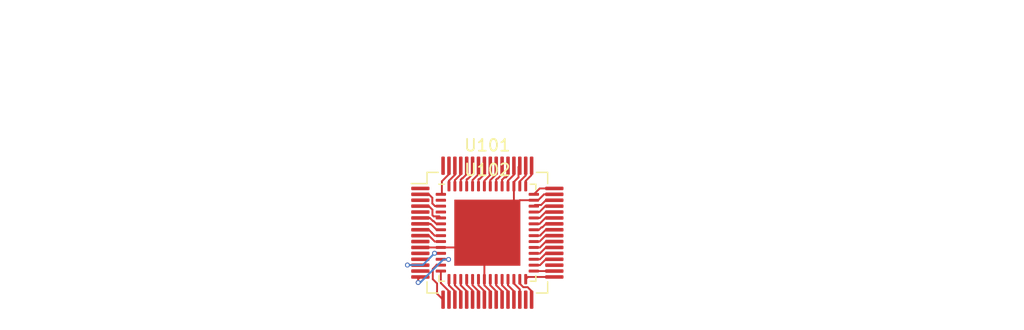
<source format=kicad_pcb>
(kicad_pcb (version 20211014) (generator pcbnew)
  (layers (0 "F.Cu" signal) (31 "B.Cu" signal) (34 "B.Paste" user) (35 "F.Paste" user) (36 "B.SilkS" user "B.Silkscreen") (37 "F.SilkS" user "F.Silkscreen") (38 "B.Mask" user) (39 "F.Mask" user) (44 "Edge.Cuts" user))
  (net 0 "")
  (net 1 "Net-(U101-Pad16)")
  (net 2 "Net-(U101-Pad17)")
  (net 3 "Net-(U101-Pad18)")
  (net 4 "Net-(U101-Pad19)")
  (net 5 "Net-(U101-Pad21)")
  (net 6 "Net-(U101-Pad22)")
  (net 7 "Net-(U101-Pad23)")
  (net 8 "Net-(U101-Pad24)")
  (net 9 "Net-(U101-Pad26)")
  (net 10 "Net-(U101-Pad27)")
  (net 11 "Net-(U101-Pad28)")
  (net 12 "Net-(U101-Pad29)")
  (net 13 "Net-(U101-Pad30)")
  (net 14 "Net-(U101-Pad32)")
  (net 15 "Net-(U101-Pad33)")
  (net 16 "Net-(U101-Pad34)")
  (net 17 "Net-(U101-Pad36)")
  (net 18 "Net-(U101-Pad38)")
  (net 19 "Net-(U101-Pad39)")
  (net 20 "Net-(U101-Pad40)")
  (net 21 "Net-(U101-Pad41)")
  (net 22 "Net-(U101-Pad43)")
  (net 23 "Net-(U101-Pad44)")
  (net 24 "Net-(U101-Pad45)")
  (net 25 "Net-(U101-Pad46)")
  (net 26 "Net-(U101-Pad48)")
  (net 27 "Net-(U101-Pad52)")
  (net 28 "Net-(U101-Pad53)")
  (net 29 "Net-(U101-Pad54)")
  (net 30 "Net-(U101-Pad55)")
  (net 31 "Net-(U101-Pad57)")
  (net 32 "Net-(U101-Pad58)")
  (net 33 "Net-(U101-Pad59)")
  (net 34 "Net-(U101-Pad60)")
  (net 35 "VCORE")
  (net 36 "EECS")
  (net 37 "EECLK")
  (net 38 "EEDATA")
  (net 39 "VCCIO")
  (net 40 "GND")
  (net 41 "VREGIN")
  (net 42 "VREGOUT")
  (net 43 "RESET")
  (net 44 "VPLL")
  (net 45 "DP")
  (net 46 "DM")
  (net 47 "REF")
  (net 48 "VPHY")
  (net 49 "OSCO")
  (net 50 "OSCI")
  (footprint "Package_QFP:LQFP-64_10x10mm_P0.5mm" (layer "F.Cu") (at 129 81)
    (fp_text reference "U101" (at 0 -7.4) (layer "F.SilkS"))
    (fp_text value "FT2232HL")
    (fp_line (start -5.11 -4.16) (end -6.45 -4.16) (layer "F.SilkS") (width 0.12))
    (fp_line (start 5.11 5.11) (end 5.11 4.16) (layer "F.SilkS") (width 0.12))
    (fp_line (start -5.11 -5.11) (end -5.11 -4.16) (layer "F.SilkS") (width 0.12))
    (fp_line (start 4.16 5.11) (end 5.11 5.11) (layer "F.SilkS") (width 0.12))
    (fp_line (start -4.16 5.11) (end -5.11 5.11) (layer "F.SilkS") (width 0.12))
    (fp_line (start 5.11 -5.11) (end 5.11 -4.16) (layer "F.SilkS") (width 0.12))
    (fp_line (start -5.11 5.11) (end -5.11 4.16) (layer "F.SilkS") (width 0.12))
    (fp_line (start -4.16 -5.11) (end -5.11 -5.11) (layer "F.SilkS") (width 0.12))
    (fp_line (start 4.16 -5.11) (end 5.11 -5.11) (layer "F.SilkS") (width 0.12))
    (pad "1" smd roundrect locked (at -5.675 -3.75) (size 1.55 0.3) (layers "F.Cu" "F.Paste" "F.Mask") (net 40 "GND"))
    (pad "2" smd roundrect locked (at -5.675 -3.25) (size 1.55 0.3) (layers "F.Cu" "F.Paste" "F.Mask") (net 50 "OSCI"))
    (pad "3" smd roundrect locked (at -5.675 -2.75) (size 1.55 0.3) (layers "F.Cu" "F.Paste" "F.Mask") (net 49 "OSCO"))
    (pad "4" smd roundrect locked (at -5.675 -2.25) (size 1.55 0.3) (layers "F.Cu" "F.Paste" "F.Mask") (net 48 "VPHY"))
    (pad "5" smd roundrect locked (at -5.675 -1.75) (size 1.55 0.3) (layers "F.Cu" "F.Paste" "F.Mask") (net 40 "GND"))
    (pad "6" smd roundrect locked (at -5.675 -1.25) (size 1.55 0.3) (layers "F.Cu" "F.Paste" "F.Mask") (net 47 "REF"))
    (pad "7" smd roundrect locked (at -5.675 -0.75) (size 1.55 0.3) (layers "F.Cu" "F.Paste" "F.Mask") (net 46 "DM"))
    (pad "8" smd roundrect locked (at -5.675 -0.25) (size 1.55 0.3) (layers "F.Cu" "F.Paste" "F.Mask") (net 45 "DP"))
    (pad "9" smd roundrect locked (at -5.675 0.25) (size 1.55 0.3) (layers "F.Cu" "F.Paste" "F.Mask") (net 44 "VPLL"))
    (pad "10" smd roundrect locked (at -5.675 0.75) (size 1.55 0.3) (layers "F.Cu" "F.Paste" "F.Mask") (net 40 "GND"))
    (pad "11" smd roundrect locked (at -5.675 1.25) (size 1.55 0.3) (layers "F.Cu" "F.Paste" "F.Mask") (net 40 "GND"))
    (pad "12" smd roundrect locked (at -5.675 1.75) (size 1.55 0.3) (layers "F.Cu" "F.Paste" "F.Mask") (net 35 "VCORE"))
    (pad "13" smd roundrect locked (at -5.675 2.25) (size 1.55 0.3) (layers "F.Cu" "F.Paste" "F.Mask") (net 40 "GND"))
    (pad "14" smd roundrect locked (at -5.675 2.75) (size 1.55 0.3) (layers "F.Cu" "F.Paste" "F.Mask") (net 43 "RESET"))
    (pad "15" smd roundrect locked (at -5.675 3.25) (size 1.55 0.3) (layers "F.Cu" "F.Paste" "F.Mask") (net 40 "GND"))
    (pad "16" smd roundrect locked (at -5.675 3.75) (size 1.55 0.3) (layers "F.Cu" "F.Paste" "F.Mask") (net 1 "Net-(U101-Pad16)"))
    (pad "17" smd roundrect locked (at -3.75 5.675) (size 0.3 1.55) (layers "F.Cu" "F.Paste" "F.Mask") (net 2 "Net-(U101-Pad17)"))
    (pad "18" smd roundrect locked (at -3.25 5.675) (size 0.3 1.55) (layers "F.Cu" "F.Paste" "F.Mask") (net 3 "Net-(U101-Pad18)"))
    (pad "19" smd roundrect locked (at -2.75 5.675) (size 0.3 1.55) (layers "F.Cu" "F.Paste" "F.Mask") (net 4 "Net-(U101-Pad19)"))
    (pad "20" smd roundrect locked (at -2.25 5.675) (size 0.3 1.55) (layers "F.Cu" "F.Paste" "F.Mask") (net 39 "VCCIO"))
    (pad "21" smd roundrect locked (at -1.75 5.675) (size 0.3 1.55) (layers "F.Cu" "F.Paste" "F.Mask") (net 5 "Net-(U101-Pad21)"))
    (pad "22" smd roundrect locked (at -1.25 5.675) (size 0.3 1.55) (layers "F.Cu" "F.Paste" "F.Mask") (net 6 "Net-(U101-Pad22)"))
    (pad "23" smd roundrect locked (at -0.75 5.675) (size 0.3 1.55) (layers "F.Cu" "F.Paste" "F.Mask") (net 7 "Net-(U101-Pad23)"))
    (pad "24" smd roundrect locked (at -0.25 5.675) (size 0.3 1.55) (layers "F.Cu" "F.Paste" "F.Mask") (net 8 "Net-(U101-Pad24)"))
    (pad "25" smd roundrect locked (at 0.25 5.675) (size 0.3 1.55) (layers "F.Cu" "F.Paste" "F.Mask") (net 40 "GND"))
    (pad "26" smd roundrect locked (at 0.75 5.675) (size 0.3 1.55) (layers "F.Cu" "F.Paste" "F.Mask") (net 9 "Net-(U101-Pad26)"))
    (pad "27" smd roundrect locked (at 1.25 5.675) (size 0.3 1.55) (layers "F.Cu" "F.Paste" "F.Mask") (net 10 "Net-(U101-Pad27)"))
    (pad "28" smd roundrect locked (at 1.75 5.675) (size 0.3 1.55) (layers "F.Cu" "F.Paste" "F.Mask") (net 11 "Net-(U101-Pad28)"))
    (pad "29" smd roundrect locked (at 2.25 5.675) (size 0.3 1.55) (layers "F.Cu" "F.Paste" "F.Mask") (net 12 "Net-(U101-Pad29)"))
    (pad "30" smd roundrect locked (at 2.75 5.675) (size 0.3 1.55) (layers "F.Cu" "F.Paste" "F.Mask") (net 13 "Net-(U101-Pad30)"))
    (pad "31" smd roundrect locked (at 3.25 5.675) (size 0.3 1.55) (layers "F.Cu" "F.Paste" "F.Mask") (net 39 "VCCIO"))
    (pad "32" smd roundrect locked (at 3.75 5.675) (size 0.3 1.55) (layers "F.Cu" "F.Paste" "F.Mask") (net 14 "Net-(U101-Pad32)"))
    (pad "33" smd roundrect locked (at 5.675 3.75) (size 1.55 0.3) (layers "F.Cu" "F.Paste" "F.Mask") (net 15 "Net-(U101-Pad33)"))
    (pad "34" smd roundrect locked (at 5.675 3.25) (size 1.55 0.3) (layers "F.Cu" "F.Paste" "F.Mask") (net 16 "Net-(U101-Pad34)"))
    (pad "35" smd roundrect locked (at 5.675 2.75) (size 1.55 0.3) (layers "F.Cu" "F.Paste" "F.Mask") (net 40 "GND"))
    (pad "36" smd roundrect locked (at 5.675 2.25) (size 1.55 0.3) (layers "F.Cu" "F.Paste" "F.Mask") (net 17 "Net-(U101-Pad36)"))
    (pad "37" smd roundrect locked (at 5.675 1.75) (size 1.55 0.3) (layers "F.Cu" "F.Paste" "F.Mask") (net 35 "VCORE"))
    (pad "38" smd roundrect locked (at 5.675 1.25) (size 1.55 0.3) (layers "F.Cu" "F.Paste" "F.Mask") (net 18 "Net-(U101-Pad38)"))
    (pad "39" smd roundrect locked (at 5.675 0.75) (size 1.55 0.3) (layers "F.Cu" "F.Paste" "F.Mask") (net 19 "Net-(U101-Pad39)"))
    (pad "40" smd roundrect locked (at 5.675 0.25) (size 1.55 0.3) (layers "F.Cu" "F.Paste" "F.Mask") (net 20 "Net-(U101-Pad40)"))
    (pad "41" smd roundrect locked (at 5.675 -0.25) (size 1.55 0.3) (layers "F.Cu" "F.Paste" "F.Mask") (net 21 "Net-(U101-Pad41)"))
    (pad "42" smd roundrect locked (at 5.675 -0.75) (size 1.55 0.3) (layers "F.Cu" "F.Paste" "F.Mask") (net 39 "VCCIO"))
    (pad "43" smd roundrect locked (at 5.675 -1.25) (size 1.55 0.3) (layers "F.Cu" "F.Paste" "F.Mask") (net 22 "Net-(U101-Pad43)"))
    (pad "44" smd roundrect locked (at 5.675 -1.75) (size 1.55 0.3) (layers "F.Cu" "F.Paste" "F.Mask") (net 23 "Net-(U101-Pad44)"))
    (pad "45" smd roundrect locked (at 5.675 -2.25) (size 1.55 0.3) (layers "F.Cu" "F.Paste" "F.Mask") (net 24 "Net-(U101-Pad45)"))
    (pad "46" smd roundrect locked (at 5.675 -2.75) (size 1.55 0.3) (layers "F.Cu" "F.Paste" "F.Mask") (net 25 "Net-(U101-Pad46)"))
    (pad "47" smd roundrect locked (at 5.675 -3.25) (size 1.55 0.3) (layers "F.Cu" "F.Paste" "F.Mask") (net 40 "GND"))
    (pad "48" smd roundrect locked (at 5.675 -3.75) (size 1.55 0.3) (layers "F.Cu" "F.Paste" "F.Mask") (net 26 "Net-(U101-Pad48)"))
    (pad "49" smd roundrect locked (at 3.75 -5.675) (size 0.3 1.55) (layers "F.Cu" "F.Paste" "F.Mask") (net 42 "VREGOUT"))
    (pad "50" smd roundrect locked (at 3.25 -5.675) (size 0.3 1.55) (layers "F.Cu" "F.Paste" "F.Mask") (net 41 "VREGIN"))
    (pad "51" smd roundrect locked (at 2.75 -5.675) (size 0.3 1.55) (layers "F.Cu" "F.Paste" "F.Mask") (net 40 "GND"))
    (pad "52" smd roundrect locked (at 2.25 -5.675) (size 0.3 1.55) (layers "F.Cu" "F.Paste" "F.Mask") (net 27 "Net-(U101-Pad52)"))
    (pad "53" smd roundrect locked (at 1.75 -5.675) (size 0.3 1.55) (layers "F.Cu" "F.Paste" "F.Mask") (net 28 "Net-(U101-Pad53)"))
    (pad "54" smd roundrect locked (at 1.25 -5.675) (size 0.3 1.55) (layers "F.Cu" "F.Paste" "F.Mask") (net 29 "Net-(U101-Pad54)"))
    (pad "55" smd roundrect locked (at 0.75 -5.675) (size 0.3 1.55) (layers "F.Cu" "F.Paste" "F.Mask") (net 30 "Net-(U101-Pad55)"))
    (pad "56" smd roundrect locked (at 0.25 -5.675) (size 0.3 1.55) (layers "F.Cu" "F.Paste" "F.Mask") (net 39 "VCCIO"))
    (pad "57" smd roundrect locked (at -0.25 -5.675) (size 0.3 1.55) (layers "F.Cu" "F.Paste" "F.Mask") (net 31 "Net-(U101-Pad57)"))
    (pad "58" smd roundrect locked (at -0.75 -5.675) (size 0.3 1.55) (layers "F.Cu" "F.Paste" "F.Mask") (net 32 "Net-(U101-Pad58)"))
    (pad "59" smd roundrect locked (at -1.25 -5.675) (size 0.3 1.55) (layers "F.Cu" "F.Paste" "F.Mask") (net 33 "Net-(U101-Pad59)"))
    (pad "60" smd roundrect locked (at -1.75 -5.675) (size 0.3 1.55) (layers "F.Cu" "F.Paste" "F.Mask") (net 34 "Net-(U101-Pad60)"))
    (pad "61" smd roundrect locked (at -2.25 -5.675) (size 0.3 1.55) (layers "F.Cu" "F.Paste" "F.Mask") (net 38 "EEDATA"))
    (pad "62" smd roundrect locked (at -2.75 -5.675) (size 0.3 1.55) (layers "F.Cu" "F.Paste" "F.Mask") (net 37 "EECLK"))
    (pad "63" smd roundrect locked (at -3.25 -5.675) (size 0.3 1.55) (layers "F.Cu" "F.Paste" "F.Mask") (net 36 "EECS"))
    (pad "64" smd roundrect locked (at -3.75 -5.675) (size 0.3 1.55) (layers "F.Cu" "F.Paste" "F.Mask") (net 35 "VCORE"))
  )
  (footprint "Package_DFN_QFN:QFN-56-1EP_8x8mm_P0.5mm_EP5.6x5.6mm" (layer "F.Cu") (at 129 81)
    (fp_text reference "U102" (at 0 -5.32) (layer "F.SilkS"))
    (fp_text value "FT2232H-56Q")
    (fp_line (start 3.635 4.11) (end 4.11 4.11) (layer "F.SilkS") (width 0.12))
    (fp_line (start -3.635 4.11) (end -4.11 4.11) (layer "F.SilkS") (width 0.12))
    (fp_line (start 4.11 4.11) (end 4.11 3.635) (layer "F.SilkS") (width 0.12))
    (fp_line (start 4.11 -4.11) (end 4.11 -3.635) (layer "F.SilkS") (width 0.12))
    (fp_line (start -4.11 4.11) (end -4.11 3.635) (layer "F.SilkS") (width 0.12))
    (fp_line (start -3.635 -4.11) (end -4.11 -4.11) (layer "F.SilkS") (width 0.12))
    (fp_line (start 3.635 -4.11) (end 4.11 -4.11) (layer "F.SilkS") (width 0.12))
    (pad "1" smd roundrect locked (at -3.9375 -3.25) (size 0.875 0.25) (layers "F.Cu" "F.Paste" "F.Mask") (net 36 "EECS"))
    (pad "2" smd roundrect locked (at -3.9375 -2.75) (size 0.875 0.25) (layers "F.Cu" "F.Paste" "F.Mask") (net 35 "VCORE"))
    (pad "3" smd roundrect locked (at -3.9375 -2.25) (size 0.875 0.25) (layers "F.Cu" "F.Paste" "F.Mask") (net 50 "OSCI"))
    (pad "4" smd roundrect locked (at -3.9375 -1.75) (size 0.875 0.25) (layers "F.Cu" "F.Paste" "F.Mask") (net 49 "OSCO"))
    (pad "5" smd roundrect locked (at -3.9375 -1.25) (size 0.875 0.25) (layers "F.Cu" "F.Paste" "F.Mask") (net 48 "VPHY"))
    (pad "6" smd roundrect locked (at -3.9375 -0.75) (size 0.875 0.25) (layers "F.Cu" "F.Paste" "F.Mask") (net 47 "REF"))
    (pad "7" smd roundrect locked (at -3.9375 -0.25) (size 0.875 0.25) (layers "F.Cu" "F.Paste" "F.Mask") (net 46 "DM"))
    (pad "8" smd roundrect locked (at -3.9375 0.25) (size 0.875 0.25) (layers "F.Cu" "F.Paste" "F.Mask") (net 45 "DP"))
    (pad "9" smd roundrect locked (at -3.9375 0.75) (size 0.875 0.25) (layers "F.Cu" "F.Paste" "F.Mask") (net 44 "VPLL"))
    (pad "10" smd roundrect locked (at -3.9375 1.25) (size 0.875 0.25) (layers "F.Cu" "F.Paste" "F.Mask") (net 40 "GND"))
    (pad "11" smd roundrect locked (at -3.9375 1.75) (size 0.875 0.25) (layers "F.Cu" "F.Paste" "F.Mask") (net 43 "RESET"))
    (pad "12" smd roundrect locked (at -3.9375 2.25) (size 0.875 0.25) (layers "F.Cu" "F.Paste" "F.Mask") (net 1 "Net-(U101-Pad16)"))
    (pad "13" smd roundrect locked (at -3.9375 2.75) (size 0.875 0.25) (layers "F.Cu" "F.Paste" "F.Mask") (net 2 "Net-(U101-Pad17)"))
    (pad "14" smd roundrect locked (at -3.9375 3.25) (size 0.875 0.25) (layers "F.Cu" "F.Paste" "F.Mask") (net 3 "Net-(U101-Pad18)"))
    (pad "15" smd roundrect locked (at -3.25 3.9375) (size 0.25 0.875) (layers "F.Cu" "F.Paste" "F.Mask") (net 4 "Net-(U101-Pad19)"))
    (pad "16" smd roundrect locked (at -2.75 3.9375) (size 0.25 0.875) (layers "F.Cu" "F.Paste" "F.Mask") (net 39 "VCCIO"))
    (pad "17" smd roundrect locked (at -2.25 3.9375) (size 0.25 0.875) (layers "F.Cu" "F.Paste" "F.Mask") (net 5 "Net-(U101-Pad21)"))
    (pad "18" smd roundrect locked (at -1.75 3.9375) (size 0.25 0.875) (layers "F.Cu" "F.Paste" "F.Mask") (net 6 "Net-(U101-Pad22)"))
    (pad "19" smd roundrect locked (at -1.25 3.9375) (size 0.25 0.875) (layers "F.Cu" "F.Paste" "F.Mask") (net 7 "Net-(U101-Pad23)"))
    (pad "20" smd roundrect locked (at -0.75 3.9375) (size 0.25 0.875) (layers "F.Cu" "F.Paste" "F.Mask") (net 8 "Net-(U101-Pad24)"))
    (pad "21" smd roundrect locked (at -0.25 3.9375) (size 0.25 0.875) (layers "F.Cu" "F.Paste" "F.Mask") (net 40 "GND"))
    (pad "22" smd roundrect locked (at 0.25 3.9375) (size 0.25 0.875) (layers "F.Cu" "F.Paste" "F.Mask") (net 9 "Net-(U101-Pad26)"))
    (pad "23" smd roundrect locked (at 0.75 3.9375) (size 0.25 0.875) (layers "F.Cu" "F.Paste" "F.Mask") (net 10 "Net-(U101-Pad27)"))
    (pad "24" smd roundrect locked (at 1.25 3.9375) (size 0.25 0.875) (layers "F.Cu" "F.Paste" "F.Mask") (net 11 "Net-(U101-Pad28)"))
    (pad "25" smd roundrect locked (at 1.75 3.9375) (size 0.25 0.875) (layers "F.Cu" "F.Paste" "F.Mask") (net 12 "Net-(U101-Pad29)"))
    (pad "26" smd roundrect locked (at 2.25 3.9375) (size 0.25 0.875) (layers "F.Cu" "F.Paste" "F.Mask") (net 13 "Net-(U101-Pad30)"))
    (pad "27" smd roundrect locked (at 2.75 3.9375) (size 0.25 0.875) (layers "F.Cu" "F.Paste" "F.Mask") (net 14 "Net-(U101-Pad32)"))
    (pad "28" smd roundrect locked (at 3.25 3.9375) (size 0.25 0.875) (layers "F.Cu" "F.Paste" "F.Mask") (net 15 "Net-(U101-Pad33)"))
    (pad "29" smd roundrect locked (at 3.9375 3.25) (size 0.875 0.25) (layers "F.Cu" "F.Paste" "F.Mask") (net 16 "Net-(U101-Pad34)"))
    (pad "30" smd roundrect locked (at 3.9375 2.75) (size 0.875 0.25) (layers "F.Cu" "F.Paste" "F.Mask") (net 17 "Net-(U101-Pad36)"))
    (pad "31" smd roundrect locked (at 3.9375 2.25) (size 0.875 0.25) (layers "F.Cu" "F.Paste" "F.Mask") (net 35 "VCORE"))
    (pad "32" smd roundrect locked (at 3.9375 1.75) (size 0.875 0.25) (layers "F.Cu" "F.Paste" "F.Mask") (net 18 "Net-(U101-Pad38)"))
    (pad "33" smd roundrect locked (at 3.9375 1.25) (size 0.875 0.25) (layers "F.Cu" "F.Paste" "F.Mask") (net 19 "Net-(U101-Pad39)"))
    (pad "34" smd roundrect locked (at 3.9375 0.75) (size 0.875 0.25) (layers "F.Cu" "F.Paste" "F.Mask") (net 20 "Net-(U101-Pad40)"))
    (pad "35" smd roundrect locked (at 3.9375 0.25) (size 0.875 0.25) (layers "F.Cu" "F.Paste" "F.Mask") (net 21 "Net-(U101-Pad41)"))
    (pad "36" smd roundrect locked (at 3.9375 -0.25) (size 0.875 0.25) (layers "F.Cu" "F.Paste" "F.Mask") (net 39 "VCCIO"))
    (pad "37" smd roundrect locked (at 3.9375 -0.75) (size 0.875 0.25) (layers "F.Cu" "F.Paste" "F.Mask") (net 22 "Net-(U101-Pad43)"))
    (pad "38" smd roundrect locked (at 3.9375 -1.25) (size 0.875 0.25) (layers "F.Cu" "F.Paste" "F.Mask") (net 23 "Net-(U101-Pad44)"))
    (pad "39" smd roundrect locked (at 3.9375 -1.75) (size 0.875 0.25) (layers "F.Cu" "F.Paste" "F.Mask") (net 24 "Net-(U101-Pad45)"))
    (pad "40" smd roundrect locked (at 3.9375 -2.25) (size 0.875 0.25) (layers "F.Cu" "F.Paste" "F.Mask") (net 25 "Net-(U101-Pad46)"))
    (pad "41" smd roundrect locked (at 3.9375 -2.75) (size 0.875 0.25) (layers "F.Cu" "F.Paste" "F.Mask") (net 40 "GND"))
    (pad "42" smd roundrect locked (at 3.9375 -3.25) (size 0.875 0.25) (layers "F.Cu" "F.Paste" "F.Mask") (net 26 "Net-(U101-Pad48)"))
    (pad "43" smd roundrect locked (at 3.25 -3.9375) (size 0.25 0.875) (layers "F.Cu" "F.Paste" "F.Mask") (net 42 "VREGOUT"))
    (pad "44" smd roundrect locked (at 2.75 -3.9375) (size 0.25 0.875) (layers "F.Cu" "F.Paste" "F.Mask") (net 41 "VREGIN"))
    (pad "45" smd roundrect locked (at 2.25 -3.9375) (size 0.25 0.875) (layers "F.Cu" "F.Paste" "F.Mask") (net 40 "GND"))
    (pad "46" smd roundrect locked (at 1.75 -3.9375) (size 0.25 0.875) (layers "F.Cu" "F.Paste" "F.Mask") (net 27 "Net-(U101-Pad52)"))
    (pad "47" smd roundrect locked (at 1.25 -3.9375) (size 0.25 0.875) (layers "F.Cu" "F.Paste" "F.Mask") (net 28 "Net-(U101-Pad53)"))
    (pad "48" smd roundrect locked (at 0.75 -3.9375) (size 0.25 0.875) (layers "F.Cu" "F.Paste" "F.Mask") (net 29 "Net-(U101-Pad54)"))
    (pad "49" smd roundrect locked (at 0.25 -3.9375) (size 0.25 0.875) (layers "F.Cu" "F.Paste" "F.Mask") (net 30 "Net-(U101-Pad55)"))
    (pad "50" smd roundrect locked (at -0.25 -3.9375) (size 0.25 0.875) (layers "F.Cu" "F.Paste" "F.Mask") (net 39 "VCCIO"))
    (pad "51" smd roundrect locked (at -0.75 -3.9375) (size 0.25 0.875) (layers "F.Cu" "F.Paste" "F.Mask") (net 31 "Net-(U101-Pad57)"))
    (pad "52" smd roundrect locked (at -1.25 -3.9375) (size 0.25 0.875) (layers "F.Cu" "F.Paste" "F.Mask") (net 32 "Net-(U101-Pad58)"))
    (pad "53" smd roundrect locked (at -1.75 -3.9375) (size 0.25 0.875) (layers "F.Cu" "F.Paste" "F.Mask") (net 33 "Net-(U101-Pad59)"))
    (pad "54" smd roundrect locked (at -2.25 -3.9375) (size 0.25 0.875) (layers "F.Cu" "F.Paste" "F.Mask") (net 34 "Net-(U101-Pad60)"))
    (pad "55" smd roundrect locked (at -2.75 -3.9375) (size 0.25 0.875) (layers "F.Cu" "F.Paste" "F.Mask") (net 38 "EEDATA"))
    (pad "56" smd roundrect locked (at -3.25 -3.9375) (size 0.25 0.875) (layers "F.Cu" "F.Paste" "F.Mask") (net 37 "EECLK"))
    (pad "57" smd rect locked (at 0 0) (size 5.6 5.6) (layers "F.Cu" "F.Mask") (net 40 "GND"))
  )
  (segment (start 125.0625 83.25) (end 125.700369 83.25) (width 0.16) (layer "F.Cu") (net 1))
  (segment (start 123.14 84.935) (end 123.325 84.75) (width 0.16) (layer "F.Cu") (net 1))
  (segment (start 123.14 85.22) (end 123.14 84.935) (width 0.16) (layer "F.Cu") (net 1))
  (segment (start 125.700369 83.25) (end 125.714949 83.26458) (width 0.16) (layer "F.Cu") (net 1))
  (via (at 125.714949 83.26458) (size 0.41) (drill 0.25) (layers "F.Cu" "B.Cu") (net 1))
  (via (at 123.14 85.22) (size 0.41) (drill 0.25) (layers "F.Cu" "B.Cu") (net 1))
  (segment (start 125.714949 83.26458) (end 125.27542 83.26458) (width 0.16) (layer "B.Cu") (net 1))
  (segment (start 123.32 85.22) (end 123.14 85.22) (width 0.16) (layer "B.Cu") (net 1))
  (segment (start 125.27542 83.26458) (end 123.38 85.16) (width 0.16) (layer "B.Cu") (net 1))
  (segment (start 123.38 85.16) (end 123.32 85.22) (width 0.16) (layer "B.Cu") (net 1))
  (segment (start 124.38 84.9375) (end 124.7425 85.3) (width 0.16) (layer "F.Cu") (net 2))
  (segment (start 124.38 84.0672) (end 124.38 84.9375) (width 0.16) (layer "F.Cu") (net 2))
  (segment (start 124.6972 83.75) (end 124.38 84.0672) (width 0.16) (layer "F.Cu") (net 2))
  (segment (start 124.7425 85.3) (end 124.7425 86.0075) (width 0.16) (layer "F.Cu") (net 2))
  (segment (start 124.7425 86.0075) (end 124.74 86.01) (width 0.16) (layer "F.Cu") (net 2))
  (segment (start 124.74 86.165) (end 125.25 86.675) (width 0.16) (layer "F.Cu") (net 2))
  (segment (start 125.0625 83.75) (end 124.6972 83.75) (width 0.16) (layer "F.Cu") (net 2))
  (segment (start 124.74 86.01) (end 124.74 86.165) (width 0.16) (layer "F.Cu") (net 2))
  (segment (start 125.75 85.954523) (end 125.0625 85.267023) (width 0.16) (layer "F.Cu") (net 3))
  (segment (start 125.75 86.675) (end 125.75 85.954523) (width 0.16) (layer "F.Cu") (net 3))
  (segment (start 125.0625 85.267023) (end 125.0625 84.25) (width 0.16) (layer "F.Cu") (net 3))
  (segment (start 126.25 86.675) (end 126.25 85.954523) (width 0.16) (layer "F.Cu") (net 4))
  (segment (start 126.25 85.954523) (end 125.75 85.454523) (width 0.16) (layer "F.Cu") (net 4))
  (segment (start 125.75 85.454523) (end 125.75 84.9375) (width 0.16) (layer "F.Cu") (net 4))
  (segment (start 127.25 85.954523) (end 126.75 85.454523) (width 0.16) (layer "F.Cu") (net 5))
  (segment (start 127.25 86.675) (end 127.25 85.954523) (width 0.16) (layer "F.Cu") (net 5))
  (segment (start 126.75 85.454523) (end 126.75 84.9375) (width 0.16) (layer "F.Cu") (net 5))
  (segment (start 127.75 86.675) (end 127.75 85.907071) (width 0.16) (layer "F.Cu") (net 6))
  (segment (start 127.25 85.407071) (end 127.25 84.9375) (width 0.16) (layer "F.Cu") (net 6))
  (segment (start 127.75 85.907071) (end 127.25 85.407071) (width 0.16) (layer "F.Cu") (net 6))
  (segment (start 128.25 86.675) (end 128.25 85.954523) (width 0.16) (layer "F.Cu") (net 7))
  (segment (start 128.25 85.954523) (end 127.75 85.454523) (width 0.16) (layer "F.Cu") (net 7))
  (segment (start 127.75 85.454523) (end 127.75 84.9375) (width 0.16) (layer "F.Cu") (net 7))
  (segment (start 128.75 85.954523) (end 128.25 85.454523) (width 0.16) (layer "F.Cu") (net 8))
  (segment (start 128.75 86.675) (end 128.75 85.954523) (width 0.16) (layer "F.Cu") (net 8))
  (segment (start 128.25 85.454523) (end 128.25 84.9375) (width 0.16) (layer "F.Cu") (net 8))
  (segment (start 129.75 85.954523) (end 129.25 85.454523) (width 0.16) (layer "F.Cu") (net 9))
  (segment (start 129.25 85.454523) (end 129.25 84.9375) (width 0.16) (layer "F.Cu") (net 9))
  (segment (start 129.75 86.675) (end 129.75 85.954523) (width 0.16) (layer "F.Cu") (net 9))
  (segment (start 130.25 85.954523) (end 129.75 85.454523) (width 0.16) (layer "F.Cu") (net 10))
  (segment (start 129.75 85.454523) (end 129.75 84.9375) (width 0.16) (layer "F.Cu") (net 10))
  (segment (start 130.25 86.675) (end 130.25 85.954523) (width 0.16) (layer "F.Cu") (net 10))
  (segment (start 130.75 85.954523) (end 130.25 85.454523) (width 0.16) (layer "F.Cu") (net 11))
  (segment (start 130.25 85.454523) (end 130.25 84.9375) (width 0.16) (layer "F.Cu") (net 11))
  (segment (start 130.75 86.675) (end 130.75 85.954523) (width 0.16) (layer "F.Cu") (net 11))
  (segment (start 130.75 85.454523) (end 130.75 84.9375) (width 0.16) (layer "F.Cu") (net 12))
  (segment (start 131.25 85.954523) (end 130.75 85.454523) (width 0.16) (layer "F.Cu") (net 12))
  (segment (start 131.25 86.675) (end 131.25 85.954523) (width 0.16) (layer "F.Cu") (net 12))
  (segment (start 131.25 85.3028) (end 131.75 85.8028) (width 0.16) (layer "F.Cu") (net 13))
  (segment (start 131.25 84.9375) (end 131.25 85.3028) (width 0.16) (layer "F.Cu") (net 13))
  (segment (start 131.75 85.8028) (end 131.75 86.675) (width 0.16) (layer "F.Cu") (net 13))
  (segment (start 131.75 85.32) (end 131.75 84.9375) (width 0.16) (layer "F.Cu") (net 14))
  (segment (start 132.045 85.615) (end 131.75 85.32) (width 0.16) (layer "F.Cu") (net 14))
  (segment (start 132.415 85.615) (end 132.045 85.615) (width 0.16) (layer "F.Cu") (net 14))
  (segment (start 132.75 86.675) (end 132.75 85.95) (width 0.16) (layer "F.Cu") (net 14))
  (segment (start 132.75 85.95) (end 132.415 85.615) (width 0.16) (layer "F.Cu") (net 14))
  (segment (start 132.4375 84.75) (end 132.25 84.9375) (width 0.16) (layer "F.Cu") (net 15))
  (segment (start 134.675 84.75) (end 132.4375 84.75) (width 0.16) (layer "F.Cu") (net 15))
  (segment (start 134.675 84.25) (end 132.9375 84.25) (width 0.16) (layer "F.Cu") (net 16))
  (segment (start 134.675 83.25) (end 133.954523 83.25) (width 0.16) (layer "F.Cu") (net 17))
  (segment (start 133.454523 83.75) (end 132.9375 83.75) (width 0.16) (layer "F.Cu") (net 17))
  (segment (start 133.954523 83.25) (end 133.454523 83.75) (width 0.16) (layer "F.Cu") (net 17))
  (segment (start 133.444523 82.76) (end 132.9475 82.76) (width 0.16) (layer "F.Cu") (net 18))
  (segment (start 133.954523 82.25) (end 133.444523 82.76) (width 0.16) (layer "F.Cu") (net 18))
  (segment (start 134.675 82.25) (end 133.954523 82.25) (width 0.16) (layer "F.Cu") (net 18))
  (segment (start 132.9475 82.76) (end 132.9375 82.75) (width 0.16) (layer "F.Cu") (net 18))
  (segment (start 134.675 81.75) (end 133.954523 81.75) (width 0.16) (layer "F.Cu") (net 19))
  (segment (start 133.454523 82.25) (end 132.9375 82.25) (width 0.16) (layer "F.Cu") (net 19))
  (segment (start 133.954523 81.75) (end 133.454523 82.25) (width 0.16) (layer "F.Cu") (net 19))
  (segment (start 134.675 81.25) (end 133.922548 81.25) (width 0.16) (layer "F.Cu") (net 20))
  (segment (start 133.422548 81.75) (end 132.9375 81.75) (width 0.16) (layer "F.Cu") (net 20))
  (segment (start 133.922548 81.25) (end 133.422548 81.75) (width 0.16) (layer "F.Cu") (net 20))
  (segment (start 133.954523 80.75) (end 133.53 81.174523) (width 0.16) (layer "F.Cu") (net 21))
  (segment (start 133.53 81.174523) (end 133.53 81.19) (width 0.16) (layer "F.Cu") (net 21))
  (segment (start 134.675 80.75) (end 133.954523 80.75) (width 0.16) (layer "F.Cu") (net 21))
  (segment (start 133.47 81.25) (end 132.9375 81.25) (width 0.16) (layer "F.Cu") (net 21))
  (segment (start 133.53 81.19) (end 133.47 81.25) (width 0.16) (layer "F.Cu") (net 21))
  (segment (start 134.675 79.75) (end 133.92 79.75) (width 0.16) (layer "F.Cu") (net 22))
  (segment (start 133.92 79.75) (end 133.42 80.25) (width 0.16) (layer "F.Cu") (net 22))
  (segment (start 133.42 80.25) (end 132.9375 80.25) (width 0.16) (layer "F.Cu") (net 22))
  (segment (start 134.675 79.25) (end 133.94 79.25) (width 0.16) (layer "F.Cu") (net 23))
  (segment (start 133.44 79.75) (end 132.9375 79.75) (width 0.16) (layer "F.Cu") (net 23))
  (segment (start 133.94 79.25) (end 133.44 79.75) (width 0.16) (layer "F.Cu") (net 23))
  (segment (start 134.675 78.75) (end 133.907071 78.75) (width 0.16) (layer "F.Cu") (net 24))
  (segment (start 133.907071 78.75) (end 133.407071 79.25) (width 0.16) (layer "F.Cu") (net 24))
  (segment (start 133.407071 79.25) (end 132.9375 79.25) (width 0.16) (layer "F.Cu") (net 24))
  (segment (start 133.0375 78.65) (end 132.9375 78.75) (width 0.16) (layer "F.Cu") (net 25))
  (segment (start 134.675 78.25) (end 133.954523 78.25) (width 0.16) (layer "F.Cu") (net 25))
  (segment (start 133.554523 78.65) (end 133.0375 78.65) (width 0.16) (layer "F.Cu") (net 25))
  (segment (start 133.954523 78.25) (end 133.554523 78.65) (width 0.16) (layer "F.Cu") (net 25))
  (segment (start 133.4375 77.25) (end 132.9375 77.75) (width 0.16) (layer "F.Cu") (net 26))
  (segment (start 134.675 77.25) (end 133.4375 77.25) (width 0.16) (layer "F.Cu") (net 26))
  (segment (start 131.25 76.092548) (end 131.25 75.325) (width 0.16) (layer "F.Cu") (net 27))
  (segment (start 130.75 76.592548) (end 131.25 76.092548) (width 0.16) (layer "F.Cu") (net 27))
  (segment (start 130.75 77.0625) (end 130.75 76.592548) (width 0.16) (layer "F.Cu") (net 27))
  (segment (start 130.46 76.31) (end 130.58 76.31) (width 0.16) (layer "F.Cu") (net 28))
  (segment (start 130.75 76.14) (end 130.75 75.325) (width 0.16) (layer "F.Cu") (net 28))
  (segment (start 130.25 76.52) (end 130.46 76.31) (width 0.16) (layer "F.Cu") (net 28))
  (segment (start 130.25 77.0625) (end 130.25 76.52) (width 0.16) (layer "F.Cu") (net 28))
  (segment (start 130.58 76.31) (end 130.75 76.14) (width 0.16) (layer "F.Cu") (net 28))
  (segment (start 129.837548 76.417548) (end 129.877929 76.417548) (width 0.16) (layer "F.Cu") (net 29))
  (segment (start 129.877929 76.417548) (end 130.25 76.045477) (width 0.16) (layer "F.Cu") (net 29))
  (segment (start 129.75 77.0625) (end 129.75 76.505096) (width 0.16) (layer "F.Cu") (net 29))
  (segment (start 129.75 76.505096) (end 129.837548 76.417548) (width 0.16) (layer "F.Cu") (net 29))
  (segment (start 130.25 76.045477) (end 130.25 75.325) (width 0.16) (layer "F.Cu") (net 29))
  (segment (start 129.25 77.0625) (end 129.25 76.552548) (width 0.16) (layer "F.Cu") (net 30))
  (segment (start 129.25 76.552548) (end 129.75 76.052548) (width 0.16) (layer "F.Cu") (net 30))
  (segment (start 129.75 76.052548) (end 129.75 75.325) (width 0.16) (layer "F.Cu") (net 30))
  (segment (start 128.25 76.498025) (end 128.309013 76.439012) (width 0.16) (layer "F.Cu") (net 31))
  (segment (start 128.75 76.045477) (end 128.75 75.325) (width 0.16) (layer "F.Cu") (net 31))
  (segment (start 128.356465 76.439012) (end 128.75 76.045477) (width 0.16) (layer "F.Cu") (net 31))
  (segment (start 128.25 77.0625) (end 128.25 76.498025) (width 0.16) (layer "F.Cu") (net 31))
  (segment (start 128.309013 76.439012) (end 128.356465 76.439012) (width 0.16) (layer "F.Cu") (net 31))
  (segment (start 128.25 76.045477) (end 128.25 75.325) (width 0.16) (layer "F.Cu") (net 32))
  (segment (start 127.75 76.545477) (end 128.25 76.045477) (width 0.16) (layer "F.Cu") (net 32))
  (segment (start 127.75 77.0625) (end 127.75 76.545477) (width 0.16) (layer "F.Cu") (net 32))
  (segment (start 127.75 76.045477) (end 127.366465 76.429012) (width 0.16) (layer "F.Cu") (net 33))
  (segment (start 127.319013 76.429012) (end 127.25 76.498025) (width 0.16) (layer "F.Cu") (net 33))
  (segment (start 127.366465 76.429012) (end 127.319013 76.429012) (width 0.16) (layer "F.Cu") (net 33))
  (segment (start 127.25 76.498025) (end 127.25 77.0625) (width 0.16) (layer "F.Cu") (net 33))
  (segment (start 127.75 75.325) (end 127.75 76.045477) (width 0.16) (layer "F.Cu") (net 33))
  (segment (start 126.87 76.39) (end 126.905477 76.39) (width 0.16) (layer "F.Cu") (net 34))
  (segment (start 126.75 77.0625) (end 126.75 76.51) (width 0.16) (layer "F.Cu") (net 34))
  (segment (start 127.25 76.045477) (end 127.25 75.325) (width 0.16) (layer "F.Cu") (net 34))
  (segment (start 126.75 76.51) (end 126.87 76.39) (width 0.16) (layer "F.Cu") (net 34))
  (segment (start 126.905477 76.39) (end 127.25 76.045477) (width 0.16) (layer "F.Cu") (net 34))
  (segment (start 133.454523 83.25) (end 132.9375 83.25) (width 0.16) (layer "F.Cu") (net 35))
  (segment (start 134.675 82.75) (end 133.954523 82.75) (width 0.16) (layer "F.Cu") (net 35))
  (segment (start 133.954523 82.75) (end 133.454523 83.25) (width 0.16) (layer "F.Cu") (net 35))
  (segment (start 125.15 76.645477) (end 125.15 77.6625) (width 0.16) (layer "F.Cu") (net 36))
  (segment (start 125.75 76.045477) (end 125.15 76.645477) (width 0.16) (layer "F.Cu") (net 36))
  (segment (start 125.15 77.6625) (end 125.0625 77.75) (width 0.16) (layer "F.Cu") (net 36))
  (segment (start 125.75 75.325) (end 125.75 76.045477) (width 0.16) (layer "F.Cu") (net 36))
  (segment (start 125.75 77.0625) (end 125.75 76.6) (width 0.16) (layer "F.Cu") (net 37))
  (segment (start 125.75 76.6) (end 126.25 76.1) (width 0.16) (layer "F.Cu") (net 37))
  (segment (start 126.25 76.1) (end 126.25 75.325) (width 0.16) (layer "F.Cu") (net 37))
  (segment (start 126.25 77.0625) (end 126.25 76.552548) (width 0.16) (layer "F.Cu") (net 38))
  (segment (start 126.75 76.052548) (end 126.75 75.325) (width 0.16) (layer "F.Cu") (net 38))
  (segment (start 126.25 76.552548) (end 126.75 76.052548) (width 0.16) (layer "F.Cu") (net 38))
  (segment (start 128.75 77.0625) (end 128.75 76.6) (width 0.16) (layer "F.Cu") (net 39))
  (segment (start 126.75 85.954523) (end 126.25 85.454523) (width 0.16) (layer "F.Cu") (net 39))
  (segment (start 133.954523 80.25) (end 133.664523 80.54) (width 0.16) (layer "F.Cu") (net 39))
  (segment (start 126.25 85.454523) (end 126.25 84.9375) (width 0.16) (layer "F.Cu") (net 39))
  (segment (start 129.25 76.1) (end 129.25 75.325) (width 0.16) (layer "F.Cu") (net 39))
  (segment (start 134.675 80.25) (end 133.954523 80.25) (width 0.16) (layer "F.Cu") (net 39))
  (segment (start 133.59 80.54) (end 133.38 80.75) (width 0.16) (layer "F.Cu") (net 39))
  (segment (start 133.664523 80.54) (end 133.59 80.54) (width 0.16) (layer "F.Cu") (net 39))
  (segment (start 126.75 86.675) (end 126.75 85.954523) (width 0.16) (layer "F.Cu") (net 39))
  (segment (start 128.75 76.6) (end 129.25 76.1) (width 0.16) (layer "F.Cu") (net 39))
  (segment (start 133.38 80.75) (end 132.9375 80.75) (width 0.16) (layer "F.Cu") (net 39))
  (segment (start 129.25 85.954523) (end 128.75 85.454523) (width 0.16) (layer "F.Cu") (net 40))
  (segment (start 128.75 85.454523) (end 128.75 84.9375) (width 0.16) (layer "F.Cu") (net 40))
  (segment (start 131.25 77.0625) (end 131.25 78.75) (width 0.16) (layer "F.Cu") (net 40))
  (segment (start 131.64 76.3072) (end 131.64 75.435) (width 0.16) (layer "F.Cu") (net 40))
  (segment (start 131.64 75.435) (end 131.75 75.325) (width 0.16) (layer "F.Cu") (net 40))
  (segment (start 133.3028 78.25) (end 132.9375 78.25) (width 0.16) (layer "F.Cu") (net 40))
  (segment (start 131.25 76.6972) (end 131.64 76.3072) (width 0.16) (layer "F.Cu") (net 40))
  (segment (start 129.25 86.675) (end 129.25 85.954523) (width 0.16) (layer "F.Cu") (net 40))
  (segment (start 133.8028 77.75) (end 133.3028 78.25) (width 0.16) (layer "F.Cu") (net 40))
  (segment (start 125.0625 82.25) (end 127.75 82.25) (width 0.16) (layer "F.Cu") (net 40))
  (segment (start 131.25 77.0625) (end 131.25 76.6972) (width 0.16) (layer "F.Cu") (net 40))
  (segment (start 131.75 78.25) (end 129 81) (width 0.16) (layer "F.Cu") (net 40))
  (segment (start 134.675 77.75) (end 133.8028 77.75) (width 0.16) (layer "F.Cu") (net 40))
  (segment (start 131.25 78.75) (end 129 81) (width 0.16) (layer "F.Cu") (net 40))
  (segment (start 128.75 84.9375) (end 128.75 81.25) (width 0.16) (layer "F.Cu") (net 40))
  (segment (start 128.75 81.25) (end 129 81) (width 0.16) (layer "F.Cu") (net 40))
  (segment (start 127.75 82.25) (end 129 81) (width 0.16) (layer "F.Cu") (net 40))
  (segment (start 123.325 82.25) (end 125.0625 82.25) (width 0.16) (layer "F.Cu") (net 40))
  (segment (start 132.9375 78.25) (end 131.75 78.25) (width 0.16) (layer "F.Cu") (net 40))
  (segment (start 131.75 77.0625) (end 131.75 76.649748) (width 0.16) (layer "F.Cu") (net 41))
  (segment (start 132.25 76.149748) (end 132.25 75.325) (width 0.16) (layer "F.Cu") (net 41))
  (segment (start 131.75 76.649748) (end 132.25 76.149748) (width 0.16) (layer "F.Cu") (net 41))
  (segment (start 132.75 75.325) (end 132.75 75.79) (width 0.16) (layer "F.Cu") (net 42))
  (segment (start 132.75 75.79) (end 132.8 75.84) (width 0.16) (layer "F.Cu") (net 42))
  (segment (start 132.25 77.0625) (end 132.25 76.61) (width 0.16) (layer "F.Cu") (net 42))
  (segment (start 132.25 76.61) (end 132.73 76.13) (width 0.16) (layer "F.Cu") (net 42))
  (segment (start 123.315 83.74) (end 123.325 83.75) (width 0.16) (layer "F.Cu") (net 43))
  (segment (start 122.23 83.74) (end 123.315 83.74) (width 0.16) (layer "F.Cu") (net 43))
  (segment (start 125.0625 82.75) (end 124.54 82.75) (width 0.16) (layer "F.Cu") (net 43))
  (segment (start 124.54 82.75) (end 124.53 82.74) (width 0.16) (layer "F.Cu") (net 43))
  (via (at 124.53 82.74) (size 0.41) (drill 0.25) (layers "F.Cu" "B.Cu") (net 43))
  (via (at 122.23 83.74) (size 0.41) (drill 0.25) (layers "F.Cu" "B.Cu") (net 43))
  (segment (start 123.53 83.74) (end 122.23 83.74) (width 0.16) (layer "B.Cu") (net 43))
  (segment (start 124.53 82.74) (end 123.53 83.74) (width 0.16) (layer "B.Cu") (net 43))
  (segment (start 124.545477 81.75) (end 124.045477 81.25) (width 0.16) (layer "F.Cu") (net 44))
  (segment (start 125.0625 81.75) (end 124.545477 81.75) (width 0.16) (layer "F.Cu") (net 44))
  (segment (start 124.045477 81.25) (end 123.325 81.25) (width 0.16) (layer "F.Cu") (net 44))
  (segment (start 124.31 81.014523) (end 124.31 81.02) (width 0.16) (layer "F.Cu") (net 45))
  (segment (start 124.045477 80.75) (end 124.31 81.014523) (width 0.16) (layer "F.Cu") (net 45))
  (segment (start 124.31 81.02) (end 124.54 81.25) (width 0.16) (layer "F.Cu") (net 45))
  (segment (start 124.54 81.25) (end 125.0625 81.25) (width 0.16) (layer "F.Cu") (net 45))
  (segment (start 123.325 80.75) (end 124.045477 80.75) (width 0.16) (layer "F.Cu") (net 45))
  (segment (start 124.23 80.3) (end 124.2472 80.3) (width 0.16) (layer "F.Cu") (net 46))
  (segment (start 124.2472 80.3) (end 124.6972 80.75) (width 0.16) (layer "F.Cu") (net 46))
  (segment (start 124.6972 80.75) (end 125.0625 80.75) (width 0.16) (layer "F.Cu") (net 46))
  (segment (start 123.325 80.25) (end 124.18 80.25) (width 0.16) (layer "F.Cu") (net 46))
  (segment (start 124.18 80.25) (end 124.23 80.3) (width 0.16) (layer "F.Cu") (net 46))
  (segment (start 124.443726 80.013726) (end 124.62 80.19) (width 0.16) (layer "F.Cu") (net 47))
  (segment (start 124.132548 79.75) (end 124.396274 80.013726) (width 0.16) (layer "F.Cu") (net 47))
  (segment (start 124.396274 80.013726) (end 124.443726 80.013726) (width 0.16) (layer "F.Cu") (net 47))
  (segment (start 123.325 79.75) (end 124.132548 79.75) (width 0.16) (layer "F.Cu") (net 47))
  (segment (start 124.35 79.054523) (end 124.35 79.514904) (width 0.16) (layer "F.Cu") (net 48))
  (segment (start 124.045477 78.75) (end 124.35 79.054523) (width 0.16) (layer "F.Cu") (net 48))
  (segment (start 123.325 78.75) (end 124.045477 78.75) (width 0.16) (layer "F.Cu") (net 48))
  (segment (start 124.9275 79.615) (end 125.0625 79.75) (width 0.16) (layer "F.Cu") (net 48))
  (segment (start 124.35 79.514904) (end 124.450096 79.615) (width 0.16) (layer "F.Cu") (net 48))
  (segment (start 124.450096 79.615) (end 124.9275 79.615) (width 0.16) (layer "F.Cu") (net 48))
  (segment (start 124.34 78.044523) (end 124.045477 77.75) (width 0.16) (layer "F.Cu") (net 50))
  (segment (start 125.0625 78.75) (end 124.57 78.75) (width 0.16) (layer "F.Cu") (net 50))
  (segment (start 124.34 78.52) (end 124.34 78.044523) (width 0.16) (layer "F.Cu") (net 50))
  (segment (start 124.57 78.75) (end 124.34 78.52) (width 0.16) (layer "F.Cu") (net 50))
  (segment (start 124.045477 77.75) (end 123.325 77.75) (width 0.16) (layer "F.Cu") (net 50))
)
</source>
